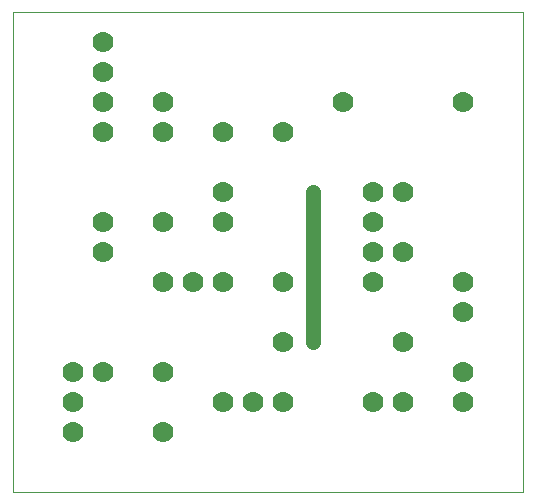
<source format=gtl>
G75*
%MOIN*%
%OFA0B0*%
%FSLAX25Y25*%
%IPPOS*%
%LPD*%
%AMOC8*
5,1,8,0,0,1.08239X$1,22.5*
%
%ADD10C,0.00000*%
%ADD11C,0.07000*%
%ADD12C,0.03100*%
%ADD13C,0.05000*%
D10*
X0001000Y0001000D02*
X0001000Y0161000D01*
X0171000Y0161000D01*
X0171000Y0001000D01*
X0001000Y0001000D01*
D11*
X0021000Y0021000D03*
X0021000Y0031000D03*
X0021000Y0041000D03*
X0031000Y0041000D03*
X0051000Y0041000D03*
X0071000Y0031000D03*
X0081000Y0031000D03*
X0091000Y0031000D03*
X0091000Y0051000D03*
X0091000Y0071000D03*
X0071000Y0071000D03*
X0061000Y0071000D03*
X0051000Y0071000D03*
X0031000Y0081000D03*
X0031000Y0091000D03*
X0051000Y0091000D03*
X0071000Y0091000D03*
X0071000Y0101000D03*
X0071000Y0121000D03*
X0091000Y0121000D03*
X0111000Y0131000D03*
X0121000Y0101000D03*
X0121000Y0091000D03*
X0121000Y0081000D03*
X0131000Y0081000D03*
X0121000Y0071000D03*
X0131000Y0051000D03*
X0151000Y0041000D03*
X0151000Y0031000D03*
X0131000Y0031000D03*
X0121000Y0031000D03*
X0151000Y0061000D03*
X0151000Y0071000D03*
X0131000Y0101000D03*
X0151000Y0131000D03*
X0051000Y0131000D03*
X0051000Y0121000D03*
X0031000Y0121000D03*
X0031000Y0131000D03*
X0031000Y0141000D03*
X0031000Y0151000D03*
X0051000Y0021000D03*
D12*
X0101000Y0051000D03*
X0101000Y0101000D03*
D13*
X0101000Y0051000D01*
M02*

</source>
